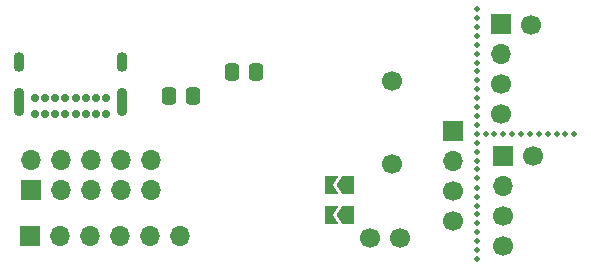
<source format=gbr>
%TF.GenerationSoftware,KiCad,Pcbnew,(6.0.2-0)*%
%TF.CreationDate,2023-10-19T17:34:19-05:00*%
%TF.ProjectId,airsticks_pcb,61697273-7469-4636-9b73-5f7063622e6b,rev?*%
%TF.SameCoordinates,Original*%
%TF.FileFunction,Soldermask,Bot*%
%TF.FilePolarity,Negative*%
%FSLAX46Y46*%
G04 Gerber Fmt 4.6, Leading zero omitted, Abs format (unit mm)*
G04 Created by KiCad (PCBNEW (6.0.2-0)) date 2023-10-19 17:34:19*
%MOMM*%
%LPD*%
G01*
G04 APERTURE LIST*
G04 Aperture macros list*
%AMRoundRect*
0 Rectangle with rounded corners*
0 $1 Rounding radius*
0 $2 $3 $4 $5 $6 $7 $8 $9 X,Y pos of 4 corners*
0 Add a 4 corners polygon primitive as box body*
4,1,4,$2,$3,$4,$5,$6,$7,$8,$9,$2,$3,0*
0 Add four circle primitives for the rounded corners*
1,1,$1+$1,$2,$3*
1,1,$1+$1,$4,$5*
1,1,$1+$1,$6,$7*
1,1,$1+$1,$8,$9*
0 Add four rect primitives between the rounded corners*
20,1,$1+$1,$2,$3,$4,$5,0*
20,1,$1+$1,$4,$5,$6,$7,0*
20,1,$1+$1,$6,$7,$8,$9,0*
20,1,$1+$1,$8,$9,$2,$3,0*%
%AMFreePoly0*
4,1,6,1.000000,0.000000,0.500000,-0.750000,-0.500000,-0.750000,-0.500000,0.750000,0.500000,0.750000,1.000000,0.000000,1.000000,0.000000,$1*%
%AMFreePoly1*
4,1,6,0.500000,-0.750000,-0.650000,-0.750000,-0.150000,0.000000,-0.650000,0.750000,0.500000,0.750000,0.500000,-0.750000,0.500000,-0.750000,$1*%
G04 Aperture macros list end*
%ADD10C,1.700000*%
%ADD11C,0.500000*%
%ADD12C,0.700000*%
%ADD13O,0.900000X1.700000*%
%ADD14O,0.900000X2.400000*%
%ADD15R,1.700000X1.700000*%
%ADD16O,1.700000X1.700000*%
%ADD17FreePoly0,180.000000*%
%ADD18FreePoly1,180.000000*%
%ADD19RoundRect,0.250000X0.337500X0.475000X-0.337500X0.475000X-0.337500X-0.475000X0.337500X-0.475000X0*%
%ADD20RoundRect,0.250000X-0.337500X-0.475000X0.337500X-0.475000X0.337500X0.475000X-0.337500X0.475000X0*%
G04 APERTURE END LIST*
D10*
%TO.C,J5*%
X52500000Y-60500000D03*
X52500000Y-67500000D03*
%TD*%
D11*
%TO.C,*%
X59650000Y-67250000D03*
%TD*%
D10*
%TO.C,*%
X57625000Y-72375000D03*
%TD*%
D11*
%TO.C,*%
X62650000Y-65000000D03*
%TD*%
%TO.C,*%
X59650000Y-70300000D03*
%TD*%
%TO.C,*%
X59650000Y-71800000D03*
%TD*%
D12*
%TO.C,J1*%
X28225000Y-63275000D03*
X27375000Y-63275000D03*
X26525000Y-63275000D03*
X25675000Y-63275000D03*
X24825000Y-63275000D03*
X23975000Y-63275000D03*
X23125000Y-63275000D03*
X22275000Y-63275000D03*
X22275000Y-61925000D03*
X23125000Y-61925000D03*
X23975000Y-61925000D03*
X24825000Y-61925000D03*
X25675000Y-61925000D03*
X26525000Y-61925000D03*
X27375000Y-61925000D03*
X28225000Y-61925000D03*
D13*
X20925000Y-58915000D03*
X29575000Y-58915000D03*
D14*
X29575000Y-62295000D03*
X20925000Y-62295000D03*
%TD*%
D11*
%TO.C,*%
X65650000Y-65000000D03*
%TD*%
%TO.C,*%
X59650000Y-54450000D03*
%TD*%
%TO.C,*%
X66400000Y-65000000D03*
%TD*%
%TO.C,*%
X61900000Y-65000000D03*
%TD*%
D15*
%TO.C,J3*%
X21850000Y-73600000D03*
D16*
X24390000Y-73600000D03*
X26930000Y-73600000D03*
X29470000Y-73600000D03*
X32010000Y-73600000D03*
X34550000Y-73600000D03*
%TD*%
D11*
%TO.C,*%
X59650000Y-55950000D03*
%TD*%
%TO.C,*%
X64900000Y-65000000D03*
%TD*%
%TO.C,*%
X59650000Y-59700000D03*
%TD*%
%TO.C,*%
X59650000Y-65750000D03*
%TD*%
%TO.C,*%
X64150000Y-65000000D03*
%TD*%
%TO.C,*%
X59650000Y-56700000D03*
%TD*%
%TO.C,*%
X59650000Y-57450000D03*
%TD*%
%TO.C,*%
X59650000Y-75550000D03*
%TD*%
%TO.C,*%
X59650000Y-62750000D03*
%TD*%
%TO.C,*%
X59650000Y-68750000D03*
%TD*%
%TO.C,*%
X59650000Y-64250000D03*
%TD*%
D10*
%TO.C,*%
X61850000Y-74475000D03*
%TD*%
D11*
%TO.C,*%
X59650000Y-71050000D03*
%TD*%
%TO.C,*%
X65650000Y-65000000D03*
%TD*%
%TO.C,*%
X59650000Y-73300000D03*
%TD*%
%TO.C,*%
X59650000Y-69550000D03*
%TD*%
%TO.C,*%
X59650000Y-63500000D03*
%TD*%
%TO.C,*%
X59650000Y-58950000D03*
%TD*%
%TO.C,*%
X59650000Y-65000000D03*
%TD*%
%TO.C,*%
X67150000Y-65000000D03*
%TD*%
%TO.C,*%
X63400000Y-65000000D03*
%TD*%
%TO.C,*%
X59650000Y-74800000D03*
%TD*%
%TO.C,*%
X59650000Y-55200000D03*
%TD*%
D15*
%TO.C,J4*%
X57625000Y-64770000D03*
D16*
X57625000Y-67310000D03*
D10*
X57625000Y-69850000D03*
%TD*%
D11*
%TO.C,*%
X59650000Y-72550000D03*
%TD*%
D10*
%TO.C,*%
X53125000Y-73800000D03*
%TD*%
%TO.C,J4*%
X61850000Y-71950000D03*
D16*
X61850000Y-69410000D03*
D15*
X61850000Y-66870000D03*
%TD*%
D11*
%TO.C,*%
X61150000Y-65000000D03*
%TD*%
D10*
%TO.C,J4*%
X61725000Y-60800000D03*
D16*
X61725000Y-58260000D03*
D15*
X61725000Y-55720000D03*
%TD*%
D11*
%TO.C,*%
X59650000Y-61950000D03*
%TD*%
%TO.C,*%
X59650000Y-61200000D03*
%TD*%
%TO.C,*%
X59650000Y-68000000D03*
%TD*%
%TO.C,*%
X59650000Y-66500000D03*
%TD*%
D10*
%TO.C,*%
X64375000Y-66875000D03*
%TD*%
D15*
%TO.C,J2*%
X21925000Y-69775000D03*
D16*
X21925000Y-67235000D03*
X24465000Y-69775000D03*
X24465000Y-67235000D03*
X27005000Y-69775000D03*
X27005000Y-67235000D03*
X29545000Y-69775000D03*
X29545000Y-67235000D03*
X32085000Y-69775000D03*
X32085000Y-67235000D03*
%TD*%
D11*
%TO.C,*%
X60400000Y-65000000D03*
%TD*%
D10*
%TO.C,*%
X50600000Y-73800000D03*
%TD*%
D11*
%TO.C,*%
X59650000Y-58200000D03*
%TD*%
%TO.C,*%
X67900000Y-65000000D03*
%TD*%
D10*
%TO.C,*%
X61725000Y-63325000D03*
%TD*%
D11*
%TO.C,*%
X59650000Y-60450000D03*
%TD*%
D10*
%TO.C,*%
X64250000Y-55725000D03*
%TD*%
D11*
%TO.C,*%
X59650000Y-74050000D03*
%TD*%
D17*
%TO.C,REF\u002A\u002A*%
X48750000Y-71850000D03*
D18*
X47300000Y-71850000D03*
%TD*%
D19*
%TO.C,C6*%
X40987500Y-59775000D03*
X38912500Y-59775000D03*
%TD*%
D20*
%TO.C,C5*%
X33562500Y-61800000D03*
X35637500Y-61800000D03*
%TD*%
D17*
%TO.C,REF\u002A\u002A*%
X48750000Y-69325000D03*
D18*
X47300000Y-69325000D03*
%TD*%
M02*

</source>
